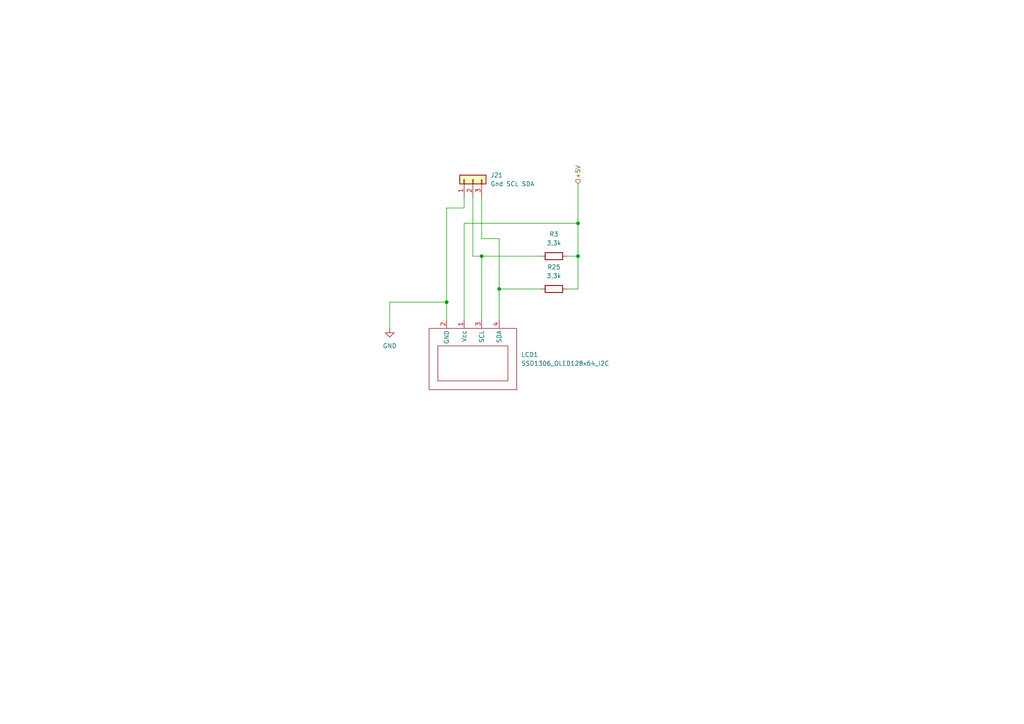
<source format=kicad_sch>
(kicad_sch (version 20211123) (generator eeschema)
  (paper "A4")
  (lib_symbols
    (symbol "Connector_Generic:Conn_01x03" (pin_names (offset 1.016) hide)
      (property "Reference" "J" (at 0 5.08 0))
      (property "Value" "Conn_01x03" (at 0 -5.08 0))
      (symbol "Conn_01x03_1_1"
        (rectangle (start -1.27 -2.413) (end 0 -2.667) (stroke (width 0.1524)))
        (rectangle (start -1.27 0.127) (end 0 -0.127) (stroke (width 0.1524)))
        (rectangle (start -1.27 2.667) (end 0 2.413) (stroke (width 0.1524)))
        (rectangle (start -1.27 3.81) (end 1.27 -3.81) (stroke (width 0.254)) (fill (type background)))
        (pin passive line (at -5.08 2.54 0) (length 3.81) (name "Pin_1") (number "1"))
        (pin passive line (at -5.08 0 0) (length 3.81) (name "Pin_2") (number "2"))
        (pin passive line (at -5.08 -2.54 0) (length 3.81) (name "Pin_3") (number "3"))
      )
    )
    (symbol "Device:R" (pin_numbers hide) (pin_names (offset 0))
      (property "Reference" "R" (at 2.032 0 90))
      (property "Value" "R" (at 0 0 90))
      (symbol "R_0_1"
        (rectangle (start -1.016 -2.54) (end 1.016 2.54) (stroke (width 0.254)))
      )
      (symbol "R_1_1"
        (pin passive line (at 0 3.81 270) (length 1.27) (name "~") (number "1"))
        (pin passive line (at 0 -3.81 90) (length 1.27) (name "~") (number "2"))
      )
    )
    (symbol "DisplayOLED_I2C:SSD1306_OLED128x64_I2C"
      (property "Reference" "LCD1" (at 13.97 0.0001 0))
      (property "Value" "SSD1306_OLED128x64_I2C" (at 13.97 -2.5399 0))
      (symbol "SSD1306_OLED128x64_I2C_0_1"
        (rectangle (start -12.7 7.62) (end 12.7 -10.16))
        (rectangle (start -10.16 2.54) (end 10.16 -7.62))
      )
      (symbol "SSD1306_OLED128x64_I2C_1_1"
        (pin power_in line (at -2.54 10.16 270) (length 2.54) (name "Vcc") (number "1"))
        (pin power_in line (at -7.62 10.16 270) (length 2.54) (name "GND") (number "2"))
        (pin input line (at 2.54 10.16 270) (length 2.54) (name "SCL") (number "3"))
        (pin bidirectional line (at 7.62 10.16 270) (length 2.54) (name "SDA") (number "4"))
      )
    )
    (symbol "power:GND" (power) (pin_names (offset 0))
      (property "Value" "GND" (at 0 -3.81 0))
      (symbol "GND_0_1"
        (polyline (pts (xy 0 0) (xy 0 -1.27) (xy 1.27 -1.27) (xy 0 -2.54) (xy -1.27 -1.27) (xy 0 -1.27)))
      )
      (symbol "GND_1_1"
        (pin power_in line (at 0 0 270) (length 0) hide (name "GND") (number "1"))
      )
    )
  )
  (junction (at 167.64 74.295))
  (junction (at 144.78 83.82))
  (junction (at 167.64 64.77))
  (junction (at 129.54 87.63))
  (junction (at 139.7 74.295))
  (wire (pts (xy 144.78 83.82) (xy 144.78 92.71)))
  (wire (pts (xy 164.465 83.82) (xy 167.64 83.82)))
  (wire (pts (xy 144.78 69.215) (xy 144.78 83.82)))
  (wire (pts (xy 167.64 74.295) (xy 167.64 83.82)))
  (wire (pts (xy 129.54 87.63) (xy 113.03 87.63)))
  (wire (pts (xy 167.64 53.34) (xy 167.64 64.77)))
  (wire (pts (xy 139.7 69.215) (xy 144.78 69.215)))
  (wire (pts (xy 134.62 57.15) (xy 134.62 60.325)))
  (wire (pts (xy 129.54 92.71) (xy 129.54 87.63)))
  (wire (pts (xy 139.7 74.295) (xy 139.7 92.71)))
  (wire (pts (xy 137.16 57.15) (xy 137.16 74.295)))
  (wire (pts (xy 129.54 60.325) (xy 129.54 87.63)))
  (wire (pts (xy 134.62 64.77) (xy 167.64 64.77)))
  (wire (pts (xy 134.62 64.77) (xy 134.62 92.71)))
  (wire (pts (xy 139.7 74.295) (xy 156.845 74.295)))
  (wire (pts (xy 113.03 87.63) (xy 113.03 95.25)))
  (wire (pts (xy 164.465 74.295) (xy 167.64 74.295)))
  (wire (pts (xy 137.16 74.295) (xy 139.7 74.295)))
  (wire (pts (xy 134.62 60.325) (xy 129.54 60.325)))
  (wire (pts (xy 139.7 57.15) (xy 139.7 69.215)))
  (wire (pts (xy 167.64 64.77) (xy 167.64 74.295)))
  (wire (pts (xy 144.78 83.82) (xy 156.845 83.82)))
  (hierarchical_label "+5V" (shape input) (at 167.64 53.34 90))
  (symbol (lib_id "Device:R") (at 160.655 74.295 90) (unit 1)
    (property "Reference" "R3" (at 160.655 67.945 90))
    (property "Value" "3,3k" (at 160.655 70.485 90))
    (property "Footprint" "Resistor_THT:R_Axial_DIN0207_L6.3mm_D2.5mm_P10.16mm_Horizontal" (effects hide))
  )
  (symbol (lib_id "Device:R") (at 160.655 83.82 90) (unit 1)
    (property "Reference" "R25" (at 160.655 77.47 90))
    (property "Value" "3,3k" (at 160.655 80.01 90))
    (property "Footprint" "Resistor_THT:R_Axial_DIN0207_L6.3mm_D2.5mm_P10.16mm_Horizontal" (effects hide))
  )
  (symbol (lib_id "Connector_Generic:Conn_01x03") (at 137.16 52.07 90) (unit 1)
    (property "Reference" "J21" (at 142.24 50.7999 90) (effects (justify right)))
    (property "Value" "Gnd SCL SDA" (at 142.24 53.3399 90) (effects (justify right)))
    (property "Footprint" "Connector_PinHeader_2.54mm:PinHeader_1x03_P2.54mm_Vertical" (effects hide))
  )
  (symbol (lib_id "power:GND") (at 113.03 95.25 0) (unit 1)
    (property "Reference" "#PWR0109" (effects hide))
    (property "Value" "GND" (at 113.03 100.33 0))
  )
  (symbol (lib_id "DisplayOLED_I2C:SSD1306_OLED128x64_I2C") (at 137.16 102.87 0) (unit 1)
    (property "Reference" "LCD1" (at 151.13 102.8699 0) (effects (justify left)))
    (property "Value" "SSD1306_OLED128x64_I2C" (at 151.13 105.4099 0) (effects (justify left)))
    (property "Footprint" "Display:TFT OLED 1.3 I2C" (effects hide))
  )
)
</source>
